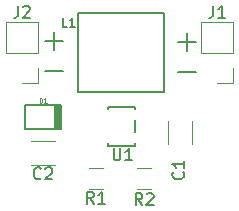
<source format=gto>
G04 #@! TF.FileFunction,Legend,Top*
%FSLAX46Y46*%
G04 Gerber Fmt 4.6, Leading zero omitted, Abs format (unit mm)*
G04 Created by KiCad (PCBNEW 4.0.7) date 10/12/17 03:24:30*
%MOMM*%
%LPD*%
G01*
G04 APERTURE LIST*
%ADD10C,0.100000*%
%ADD11C,0.120000*%
%ADD12C,0.150000*%
%ADD13C,0.127000*%
%ADD14C,0.099060*%
G04 APERTURE END LIST*
D10*
D11*
X128330000Y-62170000D02*
X125670000Y-62170000D01*
X128330000Y-64770000D02*
X128330000Y-62170000D01*
X125670000Y-64770000D02*
X125670000Y-62170000D01*
X128330000Y-64770000D02*
X125670000Y-64770000D01*
X128330000Y-66040000D02*
X128330000Y-67370000D01*
X128330000Y-67370000D02*
X127000000Y-67370000D01*
X111820000Y-62170000D02*
X109160000Y-62170000D01*
X111820000Y-64770000D02*
X111820000Y-62170000D01*
X109160000Y-64770000D02*
X109160000Y-62170000D01*
X111820000Y-64770000D02*
X109160000Y-64770000D01*
X111820000Y-66040000D02*
X111820000Y-67370000D01*
X111820000Y-67370000D02*
X110490000Y-67370000D01*
D12*
X122522000Y-61420000D02*
X122522000Y-68120000D01*
X115222000Y-61420000D02*
X122522000Y-61420000D01*
X115222000Y-68120000D02*
X115222000Y-61420000D01*
X122522000Y-68120000D02*
X115222000Y-68120000D01*
X120022000Y-72443000D02*
X120022000Y-72643000D01*
X120022000Y-72643000D02*
X117722000Y-72643000D01*
X117722000Y-72643000D02*
X117722000Y-72443000D01*
X120022000Y-70493000D02*
X120022000Y-71493000D01*
X117722000Y-69343000D02*
X117722000Y-69543000D01*
X117722000Y-69343000D02*
X120022000Y-69343000D01*
X120022000Y-69343000D02*
X120022000Y-69543000D01*
D11*
X117313000Y-76318000D02*
X116113000Y-76318000D01*
X116113000Y-74558000D02*
X117313000Y-74558000D01*
X121427800Y-76318000D02*
X120227800Y-76318000D01*
X120227800Y-74558000D02*
X121427800Y-74558000D01*
X113242600Y-72233600D02*
X111242600Y-72233600D01*
X111242600Y-74273600D02*
X113242600Y-74273600D01*
X124895800Y-72526400D02*
X124895800Y-70526400D01*
X122855800Y-70526400D02*
X122855800Y-72526400D01*
D13*
X113667540Y-71231760D02*
X113667540Y-69230240D01*
X113568480Y-69230240D02*
X113568480Y-71231760D01*
X113466880Y-71231760D02*
X113466880Y-69230240D01*
X113367820Y-69230240D02*
X113367820Y-71231760D01*
X113268760Y-69230240D02*
X113268760Y-71231760D01*
X113769140Y-69230240D02*
X110766860Y-69230240D01*
X110766860Y-69230240D02*
X110766860Y-71231760D01*
X110766860Y-71231760D02*
X113769140Y-71231760D01*
X113769140Y-71231760D02*
X113769140Y-69230240D01*
D12*
X126666667Y-60793381D02*
X126666667Y-61507667D01*
X126619047Y-61650524D01*
X126523809Y-61745762D01*
X126380952Y-61793381D01*
X126285714Y-61793381D01*
X127666667Y-61793381D02*
X127095238Y-61793381D01*
X127380952Y-61793381D02*
X127380952Y-60793381D01*
X127285714Y-60936238D01*
X127190476Y-61031476D01*
X127095238Y-61079095D01*
X123698095Y-63896857D02*
X125221905Y-63896857D01*
X124460000Y-64658762D02*
X124460000Y-63134952D01*
X123698095Y-66436857D02*
X125221905Y-66436857D01*
X110156667Y-60793381D02*
X110156667Y-61507667D01*
X110109047Y-61650524D01*
X110013809Y-61745762D01*
X109870952Y-61793381D01*
X109775714Y-61793381D01*
X110585238Y-60888619D02*
X110632857Y-60841000D01*
X110728095Y-60793381D01*
X110966191Y-60793381D01*
X111061429Y-60841000D01*
X111109048Y-60888619D01*
X111156667Y-60983857D01*
X111156667Y-61079095D01*
X111109048Y-61221952D01*
X110537619Y-61793381D01*
X111156667Y-61793381D01*
X112395095Y-63769857D02*
X113918905Y-63769857D01*
X113157000Y-64531762D02*
X113157000Y-63007952D01*
X112395095Y-66309857D02*
X113918905Y-66309857D01*
X114293667Y-62591905D02*
X113912714Y-62591905D01*
X113912714Y-61791905D01*
X114979381Y-62591905D02*
X114522238Y-62591905D01*
X114750809Y-62591905D02*
X114750809Y-61791905D01*
X114674619Y-61906190D01*
X114598428Y-61982381D01*
X114522238Y-62020476D01*
X118237095Y-72858381D02*
X118237095Y-73667905D01*
X118284714Y-73763143D01*
X118332333Y-73810762D01*
X118427571Y-73858381D01*
X118618048Y-73858381D01*
X118713286Y-73810762D01*
X118760905Y-73763143D01*
X118808524Y-73667905D01*
X118808524Y-72858381D01*
X119808524Y-73858381D02*
X119237095Y-73858381D01*
X119522809Y-73858381D02*
X119522809Y-72858381D01*
X119427571Y-73001238D01*
X119332333Y-73096476D01*
X119237095Y-73144095D01*
X116546334Y-77541381D02*
X116213000Y-77065190D01*
X115974905Y-77541381D02*
X115974905Y-76541381D01*
X116355858Y-76541381D01*
X116451096Y-76589000D01*
X116498715Y-76636619D01*
X116546334Y-76731857D01*
X116546334Y-76874714D01*
X116498715Y-76969952D01*
X116451096Y-77017571D01*
X116355858Y-77065190D01*
X115974905Y-77065190D01*
X117498715Y-77541381D02*
X116927286Y-77541381D01*
X117213000Y-77541381D02*
X117213000Y-76541381D01*
X117117762Y-76684238D01*
X117022524Y-76779476D01*
X116927286Y-76827095D01*
X120661134Y-77668381D02*
X120327800Y-77192190D01*
X120089705Y-77668381D02*
X120089705Y-76668381D01*
X120470658Y-76668381D01*
X120565896Y-76716000D01*
X120613515Y-76763619D01*
X120661134Y-76858857D01*
X120661134Y-77001714D01*
X120613515Y-77096952D01*
X120565896Y-77144571D01*
X120470658Y-77192190D01*
X120089705Y-77192190D01*
X121042086Y-76763619D02*
X121089705Y-76716000D01*
X121184943Y-76668381D01*
X121423039Y-76668381D01*
X121518277Y-76716000D01*
X121565896Y-76763619D01*
X121613515Y-76858857D01*
X121613515Y-76954095D01*
X121565896Y-77096952D01*
X120994467Y-77668381D01*
X121613515Y-77668381D01*
X112075934Y-75388743D02*
X112028315Y-75436362D01*
X111885458Y-75483981D01*
X111790220Y-75483981D01*
X111647362Y-75436362D01*
X111552124Y-75341124D01*
X111504505Y-75245886D01*
X111456886Y-75055410D01*
X111456886Y-74912552D01*
X111504505Y-74722076D01*
X111552124Y-74626838D01*
X111647362Y-74531600D01*
X111790220Y-74483981D01*
X111885458Y-74483981D01*
X112028315Y-74531600D01*
X112075934Y-74579219D01*
X112456886Y-74579219D02*
X112504505Y-74531600D01*
X112599743Y-74483981D01*
X112837839Y-74483981D01*
X112933077Y-74531600D01*
X112980696Y-74579219D01*
X113028315Y-74674457D01*
X113028315Y-74769695D01*
X112980696Y-74912552D01*
X112409267Y-75483981D01*
X113028315Y-75483981D01*
X124105943Y-74868066D02*
X124153562Y-74915685D01*
X124201181Y-75058542D01*
X124201181Y-75153780D01*
X124153562Y-75296638D01*
X124058324Y-75391876D01*
X123963086Y-75439495D01*
X123772610Y-75487114D01*
X123629752Y-75487114D01*
X123439276Y-75439495D01*
X123344038Y-75391876D01*
X123248800Y-75296638D01*
X123201181Y-75153780D01*
X123201181Y-75058542D01*
X123248800Y-74915685D01*
X123296419Y-74868066D01*
X124201181Y-73915685D02*
X124201181Y-74487114D01*
X124201181Y-74201400D02*
X123201181Y-74201400D01*
X123344038Y-74296638D01*
X123439276Y-74391876D01*
X123486895Y-74487114D01*
D14*
X111973663Y-69011860D02*
X111973663Y-68613080D01*
X112068610Y-68613080D01*
X112125579Y-68632070D01*
X112163558Y-68670049D01*
X112182547Y-68708028D01*
X112201537Y-68783986D01*
X112201537Y-68840955D01*
X112182547Y-68916913D01*
X112163558Y-68954892D01*
X112125579Y-68992871D01*
X112068610Y-69011860D01*
X111973663Y-69011860D01*
X112581327Y-69011860D02*
X112353453Y-69011860D01*
X112467390Y-69011860D02*
X112467390Y-68613080D01*
X112429411Y-68670049D01*
X112391432Y-68708028D01*
X112353453Y-68727018D01*
M02*

</source>
